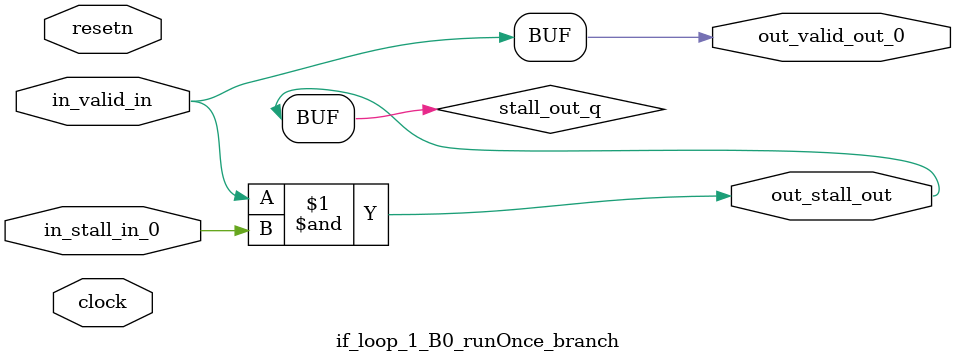
<source format=sv>



(* altera_attribute = "-name AUTO_SHIFT_REGISTER_RECOGNITION OFF; -name MESSAGE_DISABLE 10036; -name MESSAGE_DISABLE 10037; -name MESSAGE_DISABLE 14130; -name MESSAGE_DISABLE 14320; -name MESSAGE_DISABLE 15400; -name MESSAGE_DISABLE 14130; -name MESSAGE_DISABLE 10036; -name MESSAGE_DISABLE 12020; -name MESSAGE_DISABLE 12030; -name MESSAGE_DISABLE 12010; -name MESSAGE_DISABLE 12110; -name MESSAGE_DISABLE 14320; -name MESSAGE_DISABLE 13410; -name MESSAGE_DISABLE 113007; -name MESSAGE_DISABLE 10958" *)
module if_loop_1_B0_runOnce_branch (
    input wire [0:0] in_stall_in_0,
    input wire [0:0] in_valid_in,
    output wire [0:0] out_stall_out,
    output wire [0:0] out_valid_out_0,
    input wire clock,
    input wire resetn
    );

    wire [0:0] stall_out_q;


    // stall_out(LOGICAL,6)
    assign stall_out_q = in_valid_in & in_stall_in_0;

    // out_stall_out(GPOUT,4)
    assign out_stall_out = stall_out_q;

    // out_valid_out_0(GPOUT,5)
    assign out_valid_out_0 = in_valid_in;

endmodule

</source>
